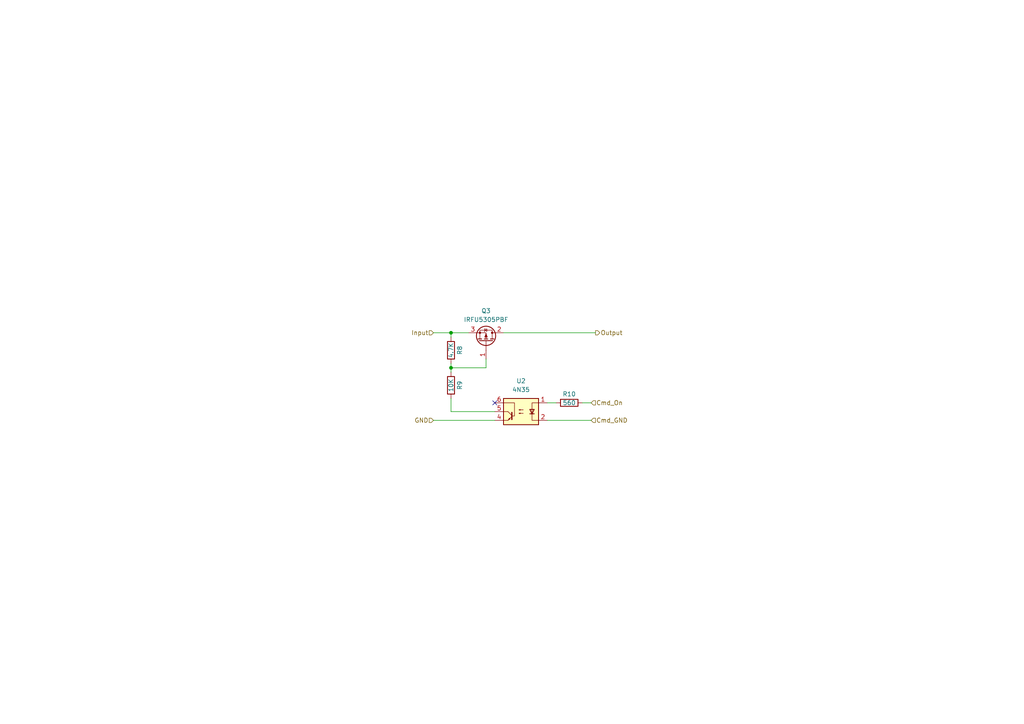
<source format=kicad_sch>
(kicad_sch (version 20211123) (generator eeschema)
  (paper "A4")
  (lib_symbols
    (symbol "Device:R" (pin_numbers hide) (pin_names (offset 0))
      (property "Reference" "R" (at 2.032 0 90))
      (property "Value" "R" (at 0 0 90))
      (symbol "R_0_1"
        (rectangle (start -1.016 -2.54) (end 1.016 2.54) (stroke (width 0.254)))
      )
      (symbol "R_1_1"
        (pin passive line (at 0 3.81 270) (length 1.27) (name "~") (number "1"))
        (pin passive line (at 0 -3.81 90) (length 1.27) (name "~") (number "2"))
      )
    )
    (symbol "Isolator:4N35" (pin_names (offset 1.016))
      (property "Reference" "U" (at -5.08 5.08 0))
      (property "Value" "4N35" (at 0 5.08 0))
      (symbol "4N35_0_1"
        (rectangle (start -5.08 3.81) (end 5.08 -3.81) (stroke (width 0.254)) (fill (type background)))
        (polyline (pts (xy -3.81 -0.635) (xy -2.54 -0.635)) (stroke (width 0.254)))
        (polyline (pts (xy 2.667 -1.397) (xy 3.81 -2.54)))
        (polyline (pts (xy 2.667 -1.143) (xy 3.81 0)))
        (polyline (pts (xy 3.81 -2.54) (xy 5.08 -2.54)))
        (polyline (pts (xy 3.81 0) (xy 5.08 0)))
        (polyline (pts (xy 2.667 -0.254) (xy 2.667 -2.286) (xy 2.667 -2.286)) (stroke (width 0.3556)))
        (polyline (pts (xy -5.08 -2.54) (xy -3.175 -2.54) (xy -3.175 2.54) (xy -5.08 2.54)))
        (polyline (pts (xy -3.175 -0.635) (xy -3.81 0.635) (xy -2.54 0.635) (xy -3.175 -0.635)) (stroke (width 0.254)))
        (polyline (pts (xy 3.683 -2.413) (xy 3.429 -1.905) (xy 3.175 -2.159) (xy 3.683 -2.413)))
        (polyline (pts (xy 5.08 2.54) (xy 1.905 2.54) (xy 1.905 -1.27) (xy 2.54 -1.27)))
        (polyline (pts (xy -0.635 -0.508) (xy 0.635 -0.508) (xy 0.254 -0.635) (xy 0.254 -0.381) (xy 0.635 -0.508)))
        (polyline (pts (xy -0.635 0.508) (xy 0.635 0.508) (xy 0.254 0.381) (xy 0.254 0.635) (xy 0.635 0.508)))
      )
      (symbol "4N35_1_1"
        (pin passive line (at -7.62 2.54 0) (length 2.54) (name "~") (number "1"))
        (pin passive line (at -7.62 -2.54 0) (length 2.54) (name "~") (number "2"))
        (pin no_connect line (at -5.08 0 0) (length 2.54) hide (name "NC") (number "3"))
        (pin passive line (at 7.62 -2.54 180) (length 2.54) (name "~") (number "4"))
        (pin passive line (at 7.62 0 180) (length 2.54) (name "~") (number "5"))
        (pin passive line (at 7.62 2.54 180) (length 2.54) (name "~") (number "6"))
      )
    )
    (symbol "Transistor_FET:FQP27P06" (pin_names hide)
      (property "Reference" "Q" (at 5.08 1.905 0))
      (property "Value" "FQP27P06" (at 5.08 0 0))
      (symbol "FQP27P06_0_1"
        (polyline (pts (xy 0.254 0) (xy -2.54 0)))
        (polyline (pts (xy 0.254 1.905) (xy 0.254 -1.905)) (stroke (width 0.254)))
        (polyline (pts (xy 0.762 -1.27) (xy 0.762 -2.286)) (stroke (width 0.254)))
        (polyline (pts (xy 0.762 0.508) (xy 0.762 -0.508)) (stroke (width 0.254)))
        (polyline (pts (xy 0.762 2.286) (xy 0.762 1.27)) (stroke (width 0.254)))
        (polyline (pts (xy 2.54 2.54) (xy 2.54 1.778)))
        (polyline (pts (xy 2.54 -2.54) (xy 2.54 0) (xy 0.762 0)))
        (polyline (pts (xy 0.762 1.778) (xy 3.302 1.778) (xy 3.302 -1.778) (xy 0.762 -1.778)))
        (polyline (pts (xy 2.286 0) (xy 1.27 0.381) (xy 1.27 -0.381) (xy 2.286 0)) (fill (type outline)))
        (polyline (pts (xy 2.794 -0.508) (xy 2.921 -0.381) (xy 3.683 -0.381) (xy 3.81 -0.254)))
        (polyline (pts (xy 3.302 -0.381) (xy 2.921 0.254) (xy 3.683 0.254) (xy 3.302 -0.381)))
        (circle (center 1.651 0) (radius 2.794) (stroke (width 0.254)))
        (circle (center 2.54 -1.778) (radius 0.254) (fill (type outline)))
        (circle (center 2.54 1.778) (radius 0.254) (fill (type outline)))
      )
      (symbol "FQP27P06_1_1"
        (pin input line (at -5.08 0 0) (length 2.54) (name "G") (number "1"))
        (pin passive line (at 2.54 5.08 270) (length 2.54) (name "D") (number "2"))
        (pin passive line (at 2.54 -5.08 90) (length 2.54) (name "S") (number "3"))
      )
    )
  )
  (junction (at 130.81 106.68))
  (junction (at 130.81 96.52))
  (no_connect (at 143.51 116.84))
  (wire (pts (xy 130.81 115.57) (xy 130.81 119.38)))
  (wire (pts (xy 130.81 119.38) (xy 143.51 119.38)))
  (wire (pts (xy 125.73 96.52) (xy 130.81 96.52)))
  (wire (pts (xy 140.97 106.68) (xy 130.81 106.68)))
  (wire (pts (xy 158.75 121.92) (xy 171.45 121.92)))
  (wire (pts (xy 158.75 116.84) (xy 161.29 116.84)))
  (wire (pts (xy 146.05 96.52) (xy 172.72 96.52)))
  (wire (pts (xy 168.91 116.84) (xy 171.45 116.84)))
  (wire (pts (xy 130.81 106.68) (xy 130.81 107.95)))
  (wire (pts (xy 140.97 104.14) (xy 140.97 106.68)))
  (wire (pts (xy 130.81 96.52) (xy 130.81 97.79)))
  (wire (pts (xy 130.81 105.41) (xy 130.81 106.68)))
  (wire (pts (xy 125.73 121.92) (xy 143.51 121.92)))
  (wire (pts (xy 130.81 96.52) (xy 135.89 96.52)))
  (hierarchical_label "Cmd_On" (shape input) (at 171.45 116.84 0))
  (hierarchical_label "Output" (shape output) (at 172.72 96.52 0))
  (hierarchical_label "Input" (shape input) (at 125.73 96.52 180))
  (hierarchical_label "GND" (shape input) (at 125.73 121.92 180))
  (hierarchical_label "Cmd_GND" (shape input) (at 171.45 121.92 0))
  (symbol (lib_id "Isolator:4N35") (at 151.13 119.38 0) (mirror y) (unit 1)
    (property "Reference" "U2" (at 151.13 110.49 0))
    (property "Value" "4N35" (at 151.13 113.03 0))
    (property "Footprint" "Package_DIP:DIP-6_W7.62mm" (effects hide))
    (property "Datasheet" "https://www.vishay.com/docs/81181/4n35.pdf" (effects hide))
  )
  (symbol (lib_id "Device:R") (at 130.81 111.76 0) (unit 1)
    (property "Reference" "R9" (at 133.35 111.76 90))
    (property "Value" "10K" (at 130.81 111.76 90))
    (property "Footprint" "Resistor_THT:R_Axial_DIN0207_L6.3mm_D2.5mm_P10.16mm_Horizontal" (effects hide))
  )
  (symbol (lib_id "Device:R") (at 130.81 101.6 0) (unit 1)
    (property "Reference" "R8" (at 133.35 101.6 90))
    (property "Value" "4.7K" (at 130.81 101.6 90))
    (property "Footprint" "Resistor_THT:R_Axial_DIN0207_L6.3mm_D2.5mm_P10.16mm_Horizontal" (effects hide))
  )
  (symbol (lib_id "Device:R") (at 165.1 116.84 90) (unit 1)
    (property "Reference" "R10" (at 165.1 114.3 90))
    (property "Value" "560" (at 165.1 116.84 90))
    (property "Footprint" "Resistor_THT:R_Axial_DIN0207_L6.3mm_D2.5mm_P10.16mm_Horizontal" (effects hide))
  )
  (symbol (lib_id "Transistor_FET:FQP27P06") (at 140.97 99.06 270) (mirror x) (unit 1)
    (property "Reference" "Q3" (at 140.97 90.17 90))
    (property "Value" "IRFU5305PBF" (at 140.97 92.71 90))
    (property "Footprint" "circuit:TO-251-3_Vertical" (effects hide))
    (property "Datasheet" "https://www.onsemi.com/pub/Collateral/FQP27P06-D.PDF" (effects hide))
  )
)
</source>
